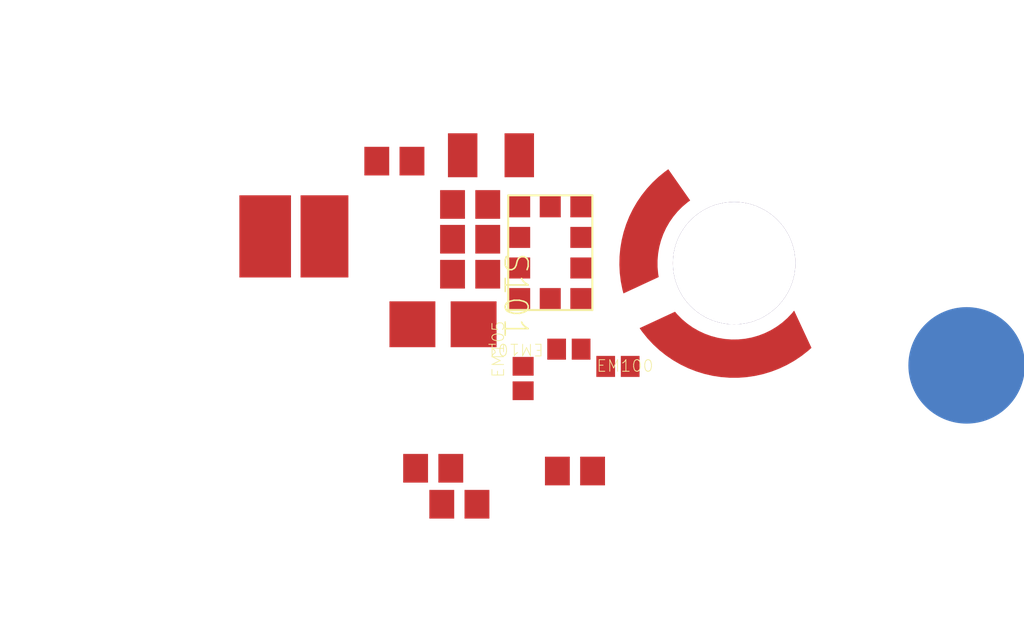
<source format=kicad_pcb>
(kicad_pcb (version 20241229) (generator "pcbnew") (generator_version "9.0")
  (layers (0 "F.Cu" signal) (2 "B.Cu" signal) (13 "F.Paste" user) (15 "B.Paste" user) (5 "F.SilkS" user "F.Silkscreen") (7 "B.SilkS" user "B.Silkscreen") (1 "F.Mask" user) (3 "B.Mask" user) (25 "Edge.Cuts" user))
  (net 0 "")
  (net 1 "N17753743")
  (net 2 "N17753880")
  (net 3 "VREG_L15B_1P8")
  (net 4 "N17837274")
  (net 5 "N17753882")
  (net 6 "N17753954")
  (net 7 "N17753661")
  (net 8 "N17753816")
  (net 9 "SDR_RFFE8_CLK")
  (net 10 "N17837242")
  (net 11 "N17753749")
  (net 12 "GND")
  (footprint "IND0402CS-HT0_6" (layer "F.Cu") (at 124.9854 92.4052)
    (property "Reference" "A112")
    (property "Value" "INDUCTOR_IND0402CS-HT0_6_10NH" (hide yes))
    (pad "1" smd rect (at -0.37 0) (size 0.385 0.575) (layers "F.Cu" "F.Mask" "F.Paste") (net 11 "N17753749"))
    (pad "2" smd rect (at 0.37 0) (size 0.385 0.575) (layers "F.Cu" "F.Mask" "F.Paste") (net 12 "GND"))
  )
  (footprint "CAP0201-HT0_33" (layer "F.Cu") (at 124.7129 93.5037)
    (property "Reference" "A108")
    (property "Value" "CAP_NP_CAP0201-HT0_33_1.6PF" (hide yes))
    (pad "1" smd rect (at -0.23 0) (size 0.325 0.375) (layers "F.Cu" "F.Mask" "F.Paste") (net 11 "N17753749"))
    (pad "2" smd rect (at 0.23 0) (size 0.325 0.375) (layers "F.Cu" "F.Mask" "F.Paste") (net 2 "N17753880"))
  )
  (footprint "CAP01005_HT0_22_NM" (layer "F.Cu") (at 125.4057 95.326 90)
    (property "Reference" "EM105")
    (property "Value" "CAP_NM_CAP01005_HT0_22_NM_NM" (hide yes))
    (fp_text user "${REFERENCE}" (at 0.003 -0.236331 90) (layer "F.SilkS") (effects (font (size 0.1524 0.1524) (thickness 0.01016)) (justify left bottom)))
    (pad "1" smd rect (at -0.16 0) (size 0.275 0.245) (layers "F.Cu" "F.Mask" "F.Paste") (net 7 "N17753661"))
    (pad "2" smd rect (at 0.16 0) (size 0.275 0.245) (layers "F.Cu" "F.Mask" "F.Paste") (net 12 "GND"))
  )
  (footprint "ANT_1_7X1_0_P2_HT1_35_HD" (layer "F.Cu") (at 122.5838 93.4666 90)
    (property "Reference" "J102")
    (property "Value" "KEY_2P_ANT_1_7X1_0_P2_HT1_35_HD" (hide yes))
    (pad "1" smd rect (at 0 -0.55) (size 0.675 1.075) (layers "F.Cu" "F.Mask" "F.Paste") (net 1 "N17753743"))
    (pad "2" smd rect (at 0 0.225) (size 0.625 1.075) (layers "F.Cu" "F.Mask" "F.Paste") (net 1 "N17753743"))
  )
  (footprint "" (layer "F.Cu") (at 128.1638 93.8166)
    (property "Reference" "" (at 0 0 0) (layer "F.SilkS") (effects (font (size 1.27 1.27))))
    (property "Value" "")
    (pad "" thru_hole circle (at 0 0) (size 1.6 1.6) (drill 1.6) (layers "*.Cu" "*.Mask"))
  )
  (footprint "SMT1_1X1_5_HT0_45_10P_HD" (layer "F.Cu") (at 125.7603 93.68 180)
    (property "Reference" "S101")
    (property "Value" "QM13344_SMT1_1X1_5_HT0_45_10P_H" (hide yes))
    (fp_line (start 0.55 0.75) (end -0.55 0.75) (stroke (width 0.0254)) (layer "F.SilkS"))
    (fp_line (start 0.55 -0.75) (end 0.55 0.75) (stroke (width 0.0254)) (layer "F.SilkS"))
    (fp_line (start 0.55 -0.75) (end -0.55 -0.75) (stroke (width 0.0254)) (layer "F.SilkS"))
    (fp_line (start -0.55 -0.75) (end -0.55 0.75) (stroke (width 0.0254)) (layer "F.SilkS"))
    (fp_text user "${REFERENCE}" (at 0.62675 0.02 270) (layer "F.SilkS") (effects (font (size 0.3 0.3) (thickness 0.02)) (justify left bottom)))
    (pad "1" smd rect (at -0.4 -0.6) (size 0.275 0.275) (layers "F.Cu" "F.Mask" "F.Paste") (net 6 "N17753954"))
    (pad "2" smd rect (at -0.4 -0.2) (size 0.275 0.275) (layers "F.Cu" "F.Mask" "F.Paste") (net 5 "N17753882"))
    (pad "3" smd rect (at -0.4 0.2) (size 0.275 0.275) (layers "F.Cu" "F.Mask" "F.Paste") (net 7 "N17753661"))
    (pad "4" smd rect (at -0.4 0.6) (size 0.275 0.275) (layers "F.Cu" "F.Mask" "F.Paste") (net 7 "N17753661"))
    (pad "5" smd rect (at 0 0.6) (size 0.275 0.275) (layers "F.Cu" "F.Mask" "F.Paste") (net 12 "GND"))
    (pad "6" smd rect (at 0.4 0.6) (size 0.275 0.275) (layers "F.Cu" "F.Mask" "F.Paste") (net 10 "N17837242"))
    (pad "7" smd rect (at 0.4 0.2) (size 0.275 0.275) (layers "F.Cu" "F.Mask" "F.Paste") (net 2 "N17753880"))
    (pad "8" smd rect (at 0.4 -0.2) (size 0.275 0.275) (layers "F.Cu" "F.Mask" "F.Paste") (net 8 "N17753816"))
    (pad "9" smd rect (at 0.4 -0.6) (size 0.275 0.275) (layers "F.Cu" "F.Mask" "F.Paste") (net 4 "N17837274"))
    (pad "10" smd rect (at 0 -0.6) (size 0.275 0.275) (layers "F.Cu" "F.Mask" "F.Paste") (net 12 "GND"))
  )
  (footprint "RES0201-HT0_23_HD" (layer "F.Cu") (at 124.5721 96.9706 180)
    (property "Reference" "A149")
    (property "Value" "RES_RES0201-HT0_23_HD_10OHM" (hide yes))
    (pad "1" smd rect (at -0.23 0) (size 0.325 0.375) (layers "F.Cu" "F.Mask" "F.Paste") (net 3 "VREG_L15B_1P8"))
    (pad "2" smd rect (at 0.23 0) (size 0.325 0.375) (layers "F.Cu" "F.Mask" "F.Paste") (net 7 "N17753661"))
  )
  (footprint "ANT_HG_F1" (layer "F.Cu") (at 128.1633 93.8734 114.928)
    (property "Reference" "J112")
    (property "Value" "ANT_PIN_ANT_HG_F1_XM-217-XC-186" (hide yes))
    (pad "" smd custom (at -0.199049 -0.944044) (size 0.000001 0.000001) (layers "F.Cu") (options (clearance outline) (anchor circle)) (primitives (gr_poly (pts (xy 0 0) (arc (start -0.462902 0.215102) (mid 0.601858 0.854927) (end 1.783803 0.472701)) (xy 1.7838 0.4727) (arc (start 1.557099 -0.014699) (mid 0.782054 0.363585) (end 0.000005 0))) (width 0) (fill yes))))
    (pad "" smd custom (at 0.301705 -0.946186) (size 0.000001 0.000001) (layers "F.Cu") (options (clearance outline) (anchor circle)) (primitives (gr_poly (pts (xy 0 0) (arc (start -0.461009 0.214298) (mid -0.425232 -0.691099) (end 0.125392 -1.410706)) (xy 0.1254 -1.4107) (arc (start 0.411398 -1.002101) (mid 0.060335 -0.560726) (end -0.000003 0.000003))) (width 0) (fill yes))))
    (pad "" smd custom (at 0.375501 -1.108284) (size 0.000001 0.000001) (layers "F.Cu") (options (clearance outline) (anchor circle)) (primitives (gr_poly (pts (xy 0 0) (xy 0.0453 -0.0211) (xy 0.0242 -0.0664) (xy -0.0211 -0.0453)) (width 0) (fill yes))))
    (pad "1" smd circle (at 0.400508 -1.083318) (size 0.0254 0.0254) (layers "F.Cu" "F.Mask" "F.Paste") (net 12 "GND"))
  )
  (footprint "RES01005_HT0_15_S0_38_NM" (layer "F.Cu") (at 126.645 95.1676)
    (property "Reference" "EM100")
    (property "Value" "RES_NM_RES01005_HT0_15_S0_38_NM" (hide yes))
    (fp_text user "${REFERENCE}" (at -0.2876 0.082769 0) (layer "F.SilkS") (effects (font (size 0.1524 0.1524) (thickness 0.01016)) (justify left bottom)))
    (pad "1" smd rect (at -0.16 0) (size 0.245 0.275) (layers "F.Cu" "F.Mask" "F.Paste") (net 5 "N17753882"))
    (pad "2" smd rect (at 0.16 0) (size 0.245 0.275) (layers "F.Cu" "F.Mask" "F.Paste") (net 12 "GND"))
  )
  (footprint "IND0402CS-HT0_6_FPC_S" (layer "F.Cu") (at 124.3583 94.6165)
    (property "Reference" "A107")
    (property "Value" "INDUCTOR_IND0402CS-HT0_6_FPC_S_" (hide yes))
    (pad "1" smd rect (at -0.4 0) (size 0.6 0.6) (layers "F.Cu" "F.Mask" "F.Paste") (net 11 "N17753749"))
    (pad "2" smd rect (at 0.4 0) (size 0.6 0.6) (layers "F.Cu" "F.Mask" "F.Paste") (net 4 "N17837274"))
  )
  (footprint "" (layer "F.Cu") (at 131.2036 95.1539)
    (property "Reference" "" (at 0 0 0) (layer "F.SilkS") (effects (font (size 1.27 1.27))))
    (property "Value" "")
    (pad "" smd circle (at 0 0) (size 1.524 1.524) (layers "B.Cu" "B.Mask" "B.Paste"))
  )
  (footprint "CAP0201-HT0_33" (layer "F.Cu") (at 124.23 96.5 180)
    (property "Reference" "A150")
    (property "Value" "CAP_NP_CAP0201-HT0_33_100NF" (hide yes))
    (pad "1" smd rect (at -0.23 0) (size 0.325 0.375) (layers "F.Cu" "F.Mask" "F.Paste") (net 7 "N17753661"))
    (pad "2" smd rect (at 0.23 0) (size 0.325 0.375) (layers "F.Cu" "F.Mask" "F.Paste") (net 12 "GND"))
  )
  (footprint "CAP0201-HT0_33" (layer "F.Cu") (at 123.7226 92.4819)
    (property "Reference" "A111")
    (property "Value" "CAP_NP_CAP0201-HT0_33_33PF" (hide yes))
    (pad "1" smd rect (at -0.23 0) (size 0.325 0.375) (layers "F.Cu" "F.Mask" "F.Paste") (net 1 "N17753743"))
    (pad "2" smd rect (at 0.23 0) (size 0.325 0.375) (layers "F.Cu" "F.Mask" "F.Paste") (net 11 "N17753749"))
  )
  (footprint "RES01005_HT0_15_S0_38_NM" (layer "F.Cu") (at 126.0036 94.9416 180)
    (property "Reference" "EM101")
    (property "Value" "RES_NM_RES01005_HT0_15_S0_38_NM" (hide yes))
    (fp_text user "${REFERENCE}" (at 0.322 0.082769 180) (layer "F.SilkS") (effects (font (size 0.1524 0.1524) (thickness 0.01016)) (justify left bottom)))
    (pad "1" smd rect (at -0.16 0) (size 0.245 0.275) (layers "F.Cu" "F.Mask" "F.Paste") (net 6 "N17753954"))
    (pad "2" smd rect (at 0.16 0) (size 0.245 0.275) (layers "F.Cu" "F.Mask" "F.Paste") (net 12 "GND"))
  )
  (footprint "IND0201-HT0_35" (layer "F.Cu") (at 124.7129 93.0487)
    (property "Reference" "A110")
    (property "Value" "INDUCTOR_IND0201-HT0_35_15NH" (hide yes))
    (pad "1" smd rect (at -0.23 0) (size 0.325 0.375) (layers "F.Cu" "F.Mask" "F.Paste") (net 11 "N17753749"))
    (pad "2" smd rect (at 0.23 0) (size 0.325 0.375) (layers "F.Cu" "F.Mask" "F.Paste") (net 10 "N17837242"))
  )
  (footprint "CAP0201-HT0_33" (layer "F.Cu") (at 124.7129 93.9615)
    (property "Reference" "A109")
    (property "Value" "CAP_NP_CAP0201-HT0_33_2.7PF" (hide yes))
    (pad "1" smd rect (at -0.23 0) (size 0.325 0.375) (layers "F.Cu" "F.Mask" "F.Paste") (net 11 "N17753749"))
    (pad "2" smd rect (at 0.23 0) (size 0.325 0.375) (layers "F.Cu" "F.Mask" "F.Paste") (net 8 "N17753816"))
  )
  (footprint "RES0201-HT0_23_HD" (layer "F.Cu") (at 126.0835 96.5361)
    (property "Reference" "A141")
    (property "Value" "RES_RES0201-HT0_23_HD_0OHM" (hide yes))
    (pad "1" smd rect (at -0.23 0) (size 0.325 0.375) (layers "F.Cu" "F.Mask" "F.Paste") (net 5 "N17753882"))
    (pad "2" smd rect (at 0.23 0) (size 0.325 0.375) (layers "F.Cu" "F.Mask" "F.Paste") (net 9 "SDR_RFFE8_CLK"))
  )
)
</source>
